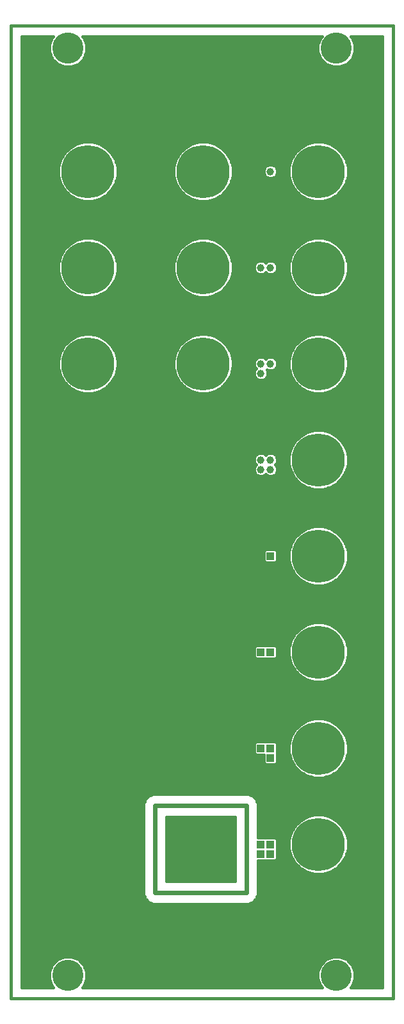
<source format=gbl>
G75*
%MOIN*%
%OFA0B0*%
%FSLAX25Y25*%
%IPPOS*%
%LPD*%
%AMOC8*
5,1,8,0,0,1.08239X$1,22.5*
%
%ADD10C,0.01600*%
%ADD11C,0.02400*%
%ADD12C,0.16205*%
%ADD13C,0.27622*%
%ADD14C,0.03962*%
%ADD15R,0.03962X0.03962*%
D10*
X0004700Y0004700D02*
X0004700Y0510606D01*
X0203519Y0510606D01*
X0203519Y0004700D01*
X0004700Y0004700D01*
X0010300Y0010300D02*
X0010300Y0505006D01*
X0026717Y0505006D01*
X0026002Y0504290D01*
X0024525Y0500724D01*
X0024525Y0496865D01*
X0026002Y0493299D01*
X0028732Y0490569D01*
X0032298Y0489092D01*
X0036157Y0489092D01*
X0039723Y0490569D01*
X0042453Y0493299D01*
X0043930Y0496865D01*
X0043930Y0500724D01*
X0042453Y0504290D01*
X0041738Y0505006D01*
X0166481Y0505006D01*
X0165766Y0504290D01*
X0164289Y0500724D01*
X0164289Y0496865D01*
X0165766Y0493299D01*
X0168495Y0490569D01*
X0172061Y0489092D01*
X0175921Y0489092D01*
X0179487Y0490569D01*
X0182217Y0493299D01*
X0183694Y0496865D01*
X0183694Y0500724D01*
X0182217Y0504290D01*
X0181502Y0505006D01*
X0197919Y0505006D01*
X0197919Y0010300D01*
X0181502Y0010300D01*
X0182217Y0011015D01*
X0183694Y0014581D01*
X0183694Y0018441D01*
X0182217Y0022007D01*
X0179487Y0024736D01*
X0175921Y0026213D01*
X0172061Y0026213D01*
X0168495Y0024736D01*
X0165766Y0022007D01*
X0164289Y0018441D01*
X0164289Y0014581D01*
X0165766Y0011015D01*
X0166481Y0010300D01*
X0041738Y0010300D01*
X0042453Y0011015D01*
X0043930Y0014581D01*
X0043930Y0018441D01*
X0042453Y0022007D01*
X0039723Y0024736D01*
X0036157Y0026213D01*
X0032298Y0026213D01*
X0028732Y0024736D01*
X0026002Y0022007D01*
X0024525Y0018441D01*
X0024525Y0014581D01*
X0026002Y0011015D01*
X0026717Y0010300D01*
X0010300Y0010300D01*
X0010300Y0011094D02*
X0025970Y0011094D01*
X0025307Y0012693D02*
X0010300Y0012693D01*
X0010300Y0014291D02*
X0024645Y0014291D01*
X0024525Y0015890D02*
X0010300Y0015890D01*
X0010300Y0017488D02*
X0024525Y0017488D01*
X0024793Y0019087D02*
X0010300Y0019087D01*
X0010300Y0020685D02*
X0025455Y0020685D01*
X0026279Y0022284D02*
X0010300Y0022284D01*
X0010300Y0023882D02*
X0027877Y0023882D01*
X0030529Y0025481D02*
X0010300Y0025481D01*
X0010300Y0027079D02*
X0197919Y0027079D01*
X0197919Y0025481D02*
X0177690Y0025481D01*
X0180341Y0023882D02*
X0197919Y0023882D01*
X0197919Y0022284D02*
X0181940Y0022284D01*
X0182764Y0020685D02*
X0197919Y0020685D01*
X0197919Y0019087D02*
X0183426Y0019087D01*
X0183694Y0017488D02*
X0197919Y0017488D01*
X0197919Y0015890D02*
X0183694Y0015890D01*
X0183574Y0014291D02*
X0197919Y0014291D01*
X0197919Y0012693D02*
X0182911Y0012693D01*
X0182249Y0011094D02*
X0197919Y0011094D01*
X0197919Y0028678D02*
X0010300Y0028678D01*
X0010300Y0030276D02*
X0197919Y0030276D01*
X0197919Y0031875D02*
X0010300Y0031875D01*
X0010300Y0033473D02*
X0197919Y0033473D01*
X0197919Y0035072D02*
X0010300Y0035072D01*
X0010300Y0036670D02*
X0197919Y0036670D01*
X0197919Y0038269D02*
X0010300Y0038269D01*
X0010300Y0039867D02*
X0197919Y0039867D01*
X0197919Y0041466D02*
X0010300Y0041466D01*
X0010300Y0043064D02*
X0197919Y0043064D01*
X0197919Y0044663D02*
X0010300Y0044663D01*
X0010300Y0046261D02*
X0197919Y0046261D01*
X0197919Y0047860D02*
X0010300Y0047860D01*
X0010300Y0049458D02*
X0197919Y0049458D01*
X0197919Y0051057D02*
X0010300Y0051057D01*
X0010300Y0052655D02*
X0197919Y0052655D01*
X0197919Y0054254D02*
X0129593Y0054254D01*
X0130461Y0054613D02*
X0128256Y0053700D01*
X0078507Y0053700D01*
X0076301Y0054613D01*
X0074613Y0056301D01*
X0073700Y0058507D01*
X0073700Y0106012D01*
X0074613Y0108217D01*
X0076301Y0109905D01*
X0078507Y0110818D01*
X0128256Y0110818D01*
X0130461Y0109905D01*
X0132149Y0108217D01*
X0133062Y0106012D01*
X0133062Y0088281D01*
X0142344Y0088281D01*
X0143281Y0087344D01*
X0143281Y0082344D01*
X0143281Y0077056D01*
X0142344Y0076119D01*
X0133062Y0076119D01*
X0133062Y0058507D01*
X0132149Y0056301D01*
X0130461Y0054613D01*
X0131700Y0055852D02*
X0197919Y0055852D01*
X0197919Y0057451D02*
X0132625Y0057451D01*
X0133062Y0059049D02*
X0197919Y0059049D01*
X0197919Y0060648D02*
X0133062Y0060648D01*
X0133062Y0062246D02*
X0197919Y0062246D01*
X0197919Y0063845D02*
X0133062Y0063845D01*
X0133062Y0065443D02*
X0197919Y0065443D01*
X0197919Y0067042D02*
X0133062Y0067042D01*
X0133062Y0068640D02*
X0197919Y0068640D01*
X0197919Y0070239D02*
X0170274Y0070239D01*
X0170648Y0070339D02*
X0174163Y0072368D01*
X0177032Y0075237D01*
X0179061Y0078752D01*
X0180111Y0082671D01*
X0180111Y0086729D01*
X0179061Y0090648D01*
X0177032Y0094163D01*
X0174163Y0097032D01*
X0170648Y0099061D01*
X0166729Y0100111D01*
X0162671Y0100111D01*
X0158752Y0099061D01*
X0155237Y0097032D01*
X0152368Y0094163D01*
X0150339Y0090648D01*
X0149289Y0086729D01*
X0149289Y0082671D01*
X0150339Y0078752D01*
X0152368Y0075237D01*
X0155237Y0072368D01*
X0158752Y0070339D01*
X0162671Y0069289D01*
X0166729Y0069289D01*
X0170648Y0070339D01*
X0173243Y0071837D02*
X0197919Y0071837D01*
X0197919Y0073436D02*
X0175230Y0073436D01*
X0176829Y0075034D02*
X0197919Y0075034D01*
X0197919Y0076633D02*
X0177838Y0076633D01*
X0178761Y0078232D02*
X0197919Y0078232D01*
X0197919Y0079830D02*
X0179350Y0079830D01*
X0179778Y0081429D02*
X0197919Y0081429D01*
X0197919Y0083027D02*
X0180111Y0083027D01*
X0180111Y0084626D02*
X0197919Y0084626D01*
X0197919Y0086224D02*
X0180111Y0086224D01*
X0179818Y0087823D02*
X0197919Y0087823D01*
X0197919Y0089421D02*
X0179390Y0089421D01*
X0178846Y0091020D02*
X0197919Y0091020D01*
X0197919Y0092618D02*
X0177924Y0092618D01*
X0176978Y0094217D02*
X0197919Y0094217D01*
X0197919Y0095815D02*
X0175379Y0095815D01*
X0173501Y0097414D02*
X0197919Y0097414D01*
X0197919Y0099012D02*
X0170733Y0099012D01*
X0166729Y0119289D02*
X0162671Y0119289D01*
X0158752Y0120339D01*
X0155237Y0122368D01*
X0152368Y0125237D01*
X0150339Y0128752D01*
X0149289Y0132671D01*
X0149289Y0136729D01*
X0150339Y0140648D01*
X0152368Y0144163D01*
X0155237Y0147032D01*
X0158752Y0149061D01*
X0162671Y0150111D01*
X0166729Y0150111D01*
X0170648Y0149061D01*
X0174163Y0147032D01*
X0177032Y0144163D01*
X0179061Y0140648D01*
X0180111Y0136729D01*
X0180111Y0132671D01*
X0179061Y0128752D01*
X0177032Y0125237D01*
X0174163Y0122368D01*
X0170648Y0120339D01*
X0166729Y0119289D01*
X0168609Y0119793D02*
X0197919Y0119793D01*
X0197919Y0121391D02*
X0172471Y0121391D01*
X0174784Y0122990D02*
X0197919Y0122990D01*
X0197919Y0124588D02*
X0176383Y0124588D01*
X0177580Y0126187D02*
X0197919Y0126187D01*
X0197919Y0127785D02*
X0178503Y0127785D01*
X0179230Y0129384D02*
X0197919Y0129384D01*
X0197919Y0130982D02*
X0179659Y0130982D01*
X0180087Y0132581D02*
X0197919Y0132581D01*
X0197919Y0134179D02*
X0180111Y0134179D01*
X0180111Y0135778D02*
X0197919Y0135778D01*
X0197919Y0137376D02*
X0179938Y0137376D01*
X0179509Y0138975D02*
X0197919Y0138975D01*
X0197919Y0140573D02*
X0179081Y0140573D01*
X0178181Y0142172D02*
X0197919Y0142172D01*
X0197919Y0143770D02*
X0177258Y0143770D01*
X0175825Y0145369D02*
X0197919Y0145369D01*
X0197919Y0146968D02*
X0174227Y0146968D01*
X0171505Y0148566D02*
X0197919Y0148566D01*
X0197919Y0150165D02*
X0010300Y0150165D01*
X0010300Y0151763D02*
X0197919Y0151763D01*
X0197919Y0153362D02*
X0010300Y0153362D01*
X0010300Y0154960D02*
X0197919Y0154960D01*
X0197919Y0156559D02*
X0010300Y0156559D01*
X0010300Y0158157D02*
X0197919Y0158157D01*
X0197919Y0159756D02*
X0010300Y0159756D01*
X0010300Y0161354D02*
X0197919Y0161354D01*
X0197919Y0162953D02*
X0010300Y0162953D01*
X0010300Y0164551D02*
X0197919Y0164551D01*
X0197919Y0166150D02*
X0010300Y0166150D01*
X0010300Y0167748D02*
X0197919Y0167748D01*
X0197919Y0169347D02*
X0166944Y0169347D01*
X0166729Y0169289D02*
X0170648Y0170339D01*
X0174163Y0172368D01*
X0177032Y0175237D01*
X0179061Y0178752D01*
X0180111Y0182671D01*
X0180111Y0186729D01*
X0179061Y0190648D01*
X0177032Y0194163D01*
X0174163Y0197032D01*
X0170648Y0199061D01*
X0166729Y0200111D01*
X0162671Y0200111D01*
X0158752Y0199061D01*
X0155237Y0197032D01*
X0152368Y0194163D01*
X0150339Y0190648D01*
X0149289Y0186729D01*
X0149289Y0182671D01*
X0150339Y0178752D01*
X0152368Y0175237D01*
X0155237Y0172368D01*
X0158752Y0170339D01*
X0162671Y0169289D01*
X0166729Y0169289D01*
X0162456Y0169347D02*
X0010300Y0169347D01*
X0010300Y0170945D02*
X0157702Y0170945D01*
X0155062Y0172544D02*
X0010300Y0172544D01*
X0010300Y0174142D02*
X0153463Y0174142D01*
X0152078Y0175741D02*
X0010300Y0175741D01*
X0010300Y0177339D02*
X0151155Y0177339D01*
X0150289Y0178938D02*
X0010300Y0178938D01*
X0010300Y0180536D02*
X0149861Y0180536D01*
X0149433Y0182135D02*
X0143281Y0182135D01*
X0143281Y0182056D02*
X0143281Y0187344D01*
X0142344Y0188281D01*
X0137056Y0188281D01*
X0132056Y0188281D01*
X0131119Y0187344D01*
X0131119Y0182056D01*
X0132056Y0181119D01*
X0142344Y0181119D01*
X0143281Y0182056D01*
X0143281Y0183733D02*
X0149289Y0183733D01*
X0149289Y0185332D02*
X0143281Y0185332D01*
X0143281Y0186930D02*
X0149343Y0186930D01*
X0149771Y0188529D02*
X0010300Y0188529D01*
X0010300Y0190127D02*
X0150200Y0190127D01*
X0150961Y0191726D02*
X0010300Y0191726D01*
X0010300Y0193324D02*
X0151884Y0193324D01*
X0153128Y0194923D02*
X0010300Y0194923D01*
X0010300Y0196521D02*
X0154727Y0196521D01*
X0157122Y0198120D02*
X0010300Y0198120D01*
X0010300Y0199718D02*
X0161206Y0199718D01*
X0168194Y0199718D02*
X0197919Y0199718D01*
X0197919Y0198120D02*
X0172278Y0198120D01*
X0174673Y0196521D02*
X0197919Y0196521D01*
X0197919Y0194923D02*
X0176272Y0194923D01*
X0177516Y0193324D02*
X0197919Y0193324D01*
X0197919Y0191726D02*
X0178439Y0191726D01*
X0179200Y0190127D02*
X0197919Y0190127D01*
X0197919Y0188529D02*
X0179629Y0188529D01*
X0180057Y0186930D02*
X0197919Y0186930D01*
X0197919Y0185332D02*
X0180111Y0185332D01*
X0180111Y0183733D02*
X0197919Y0183733D01*
X0197919Y0182135D02*
X0179967Y0182135D01*
X0179539Y0180536D02*
X0197919Y0180536D01*
X0197919Y0178938D02*
X0179111Y0178938D01*
X0178245Y0177339D02*
X0197919Y0177339D01*
X0197919Y0175741D02*
X0177322Y0175741D01*
X0175937Y0174142D02*
X0197919Y0174142D01*
X0197919Y0172544D02*
X0174338Y0172544D01*
X0171698Y0170945D02*
X0197919Y0170945D01*
X0197919Y0201317D02*
X0010300Y0201317D01*
X0010300Y0202915D02*
X0197919Y0202915D01*
X0197919Y0204514D02*
X0010300Y0204514D01*
X0010300Y0206112D02*
X0197919Y0206112D01*
X0197919Y0207711D02*
X0010300Y0207711D01*
X0010300Y0209309D02*
X0197919Y0209309D01*
X0197919Y0210908D02*
X0010300Y0210908D01*
X0010300Y0212506D02*
X0197919Y0212506D01*
X0197919Y0214105D02*
X0010300Y0214105D01*
X0010300Y0215703D02*
X0197919Y0215703D01*
X0197919Y0217302D02*
X0010300Y0217302D01*
X0010300Y0218901D02*
X0197919Y0218901D01*
X0197919Y0220499D02*
X0170925Y0220499D01*
X0170648Y0220339D02*
X0174163Y0222368D01*
X0177032Y0225237D01*
X0179061Y0228752D01*
X0180111Y0232671D01*
X0180111Y0236729D01*
X0179061Y0240648D01*
X0177032Y0244163D01*
X0174163Y0247032D01*
X0170648Y0249061D01*
X0166729Y0250111D01*
X0162671Y0250111D01*
X0158752Y0249061D01*
X0155237Y0247032D01*
X0152368Y0244163D01*
X0150339Y0240648D01*
X0149289Y0236729D01*
X0149289Y0232671D01*
X0150339Y0228752D01*
X0152368Y0225237D01*
X0155237Y0222368D01*
X0158752Y0220339D01*
X0162671Y0219289D01*
X0166729Y0219289D01*
X0170648Y0220339D01*
X0173694Y0222098D02*
X0197919Y0222098D01*
X0197919Y0223696D02*
X0175491Y0223696D01*
X0177065Y0225295D02*
X0197919Y0225295D01*
X0197919Y0226893D02*
X0177988Y0226893D01*
X0178911Y0228492D02*
X0197919Y0228492D01*
X0197919Y0230090D02*
X0179419Y0230090D01*
X0179848Y0231689D02*
X0197919Y0231689D01*
X0197919Y0233287D02*
X0180111Y0233287D01*
X0180111Y0234886D02*
X0197919Y0234886D01*
X0197919Y0236484D02*
X0180111Y0236484D01*
X0179748Y0238083D02*
X0197919Y0238083D01*
X0197919Y0239681D02*
X0179320Y0239681D01*
X0178696Y0241280D02*
X0197919Y0241280D01*
X0197919Y0242878D02*
X0177773Y0242878D01*
X0176718Y0244477D02*
X0197919Y0244477D01*
X0197919Y0246075D02*
X0175119Y0246075D01*
X0173051Y0247674D02*
X0197919Y0247674D01*
X0197919Y0249272D02*
X0169859Y0249272D01*
X0166729Y0269289D02*
X0162671Y0269289D01*
X0158752Y0270339D01*
X0155237Y0272368D01*
X0152368Y0275237D01*
X0150339Y0278752D01*
X0149289Y0282671D01*
X0149289Y0286729D01*
X0150339Y0290648D01*
X0152368Y0294163D01*
X0155237Y0297032D01*
X0158752Y0299061D01*
X0162671Y0300111D01*
X0166729Y0300111D01*
X0170648Y0299061D01*
X0174163Y0297032D01*
X0177032Y0294163D01*
X0179061Y0290648D01*
X0180111Y0286729D01*
X0180111Y0282671D01*
X0179061Y0278752D01*
X0177032Y0275237D01*
X0174163Y0272368D01*
X0170648Y0270339D01*
X0166729Y0269289D01*
X0169580Y0270053D02*
X0197919Y0270053D01*
X0197919Y0271651D02*
X0172921Y0271651D01*
X0175044Y0273250D02*
X0197919Y0273250D01*
X0197919Y0274848D02*
X0176643Y0274848D01*
X0177730Y0276447D02*
X0197919Y0276447D01*
X0197919Y0278045D02*
X0178653Y0278045D01*
X0179300Y0279644D02*
X0197919Y0279644D01*
X0197919Y0281242D02*
X0179728Y0281242D01*
X0180111Y0282841D02*
X0197919Y0282841D01*
X0197919Y0284439D02*
X0180111Y0284439D01*
X0180111Y0286038D02*
X0197919Y0286038D01*
X0197919Y0287637D02*
X0179868Y0287637D01*
X0179440Y0289235D02*
X0197919Y0289235D01*
X0197919Y0290834D02*
X0178954Y0290834D01*
X0178031Y0292432D02*
X0197919Y0292432D01*
X0197919Y0294031D02*
X0177108Y0294031D01*
X0175565Y0295629D02*
X0197919Y0295629D01*
X0197919Y0297228D02*
X0173824Y0297228D01*
X0171055Y0298826D02*
X0197919Y0298826D01*
X0197919Y0300425D02*
X0010300Y0300425D01*
X0010300Y0302023D02*
X0197919Y0302023D01*
X0197919Y0303622D02*
X0010300Y0303622D01*
X0010300Y0305220D02*
X0197919Y0305220D01*
X0197919Y0306819D02*
X0010300Y0306819D01*
X0010300Y0308417D02*
X0197919Y0308417D01*
X0197919Y0310016D02*
X0010300Y0310016D01*
X0010300Y0311614D02*
X0197919Y0311614D01*
X0197919Y0313213D02*
X0010300Y0313213D01*
X0010300Y0314811D02*
X0197919Y0314811D01*
X0197919Y0316410D02*
X0010300Y0316410D01*
X0010300Y0318008D02*
X0197919Y0318008D01*
X0197919Y0319607D02*
X0167915Y0319607D01*
X0166729Y0319289D02*
X0170648Y0320339D01*
X0174163Y0322368D01*
X0177032Y0325237D01*
X0179061Y0328752D01*
X0180111Y0332671D01*
X0180111Y0336729D01*
X0179061Y0340648D01*
X0177032Y0344163D01*
X0174163Y0347032D01*
X0170648Y0349061D01*
X0166729Y0350111D01*
X0162671Y0350111D01*
X0158752Y0349061D01*
X0155237Y0347032D01*
X0152368Y0344163D01*
X0150339Y0340648D01*
X0149289Y0336729D01*
X0149289Y0332671D01*
X0150339Y0328752D01*
X0152368Y0325237D01*
X0155237Y0322368D01*
X0158752Y0320339D01*
X0162671Y0319289D01*
X0166729Y0319289D01*
X0161485Y0319607D02*
X0107915Y0319607D01*
X0106729Y0319289D02*
X0110648Y0320339D01*
X0114163Y0322368D01*
X0117032Y0325237D01*
X0119061Y0328752D01*
X0120111Y0332671D01*
X0120111Y0336729D01*
X0119061Y0340648D01*
X0117032Y0344163D01*
X0114163Y0347032D01*
X0110648Y0349061D01*
X0106729Y0350111D01*
X0102671Y0350111D01*
X0098752Y0349061D01*
X0095237Y0347032D01*
X0092368Y0344163D01*
X0090339Y0340648D01*
X0089289Y0336729D01*
X0089289Y0332671D01*
X0090339Y0328752D01*
X0092368Y0325237D01*
X0095237Y0322368D01*
X0098752Y0320339D01*
X0102671Y0319289D01*
X0106729Y0319289D01*
X0101485Y0319607D02*
X0047915Y0319607D01*
X0046729Y0319289D02*
X0050648Y0320339D01*
X0054163Y0322368D01*
X0057032Y0325237D01*
X0059061Y0328752D01*
X0060111Y0332671D01*
X0060111Y0336729D01*
X0059061Y0340648D01*
X0057032Y0344163D01*
X0054163Y0347032D01*
X0050648Y0349061D01*
X0046729Y0350111D01*
X0042671Y0350111D01*
X0038752Y0349061D01*
X0035237Y0347032D01*
X0032368Y0344163D01*
X0030339Y0340648D01*
X0029289Y0336729D01*
X0029289Y0332671D01*
X0030339Y0328752D01*
X0032368Y0325237D01*
X0035237Y0322368D01*
X0038752Y0320339D01*
X0042671Y0319289D01*
X0046729Y0319289D01*
X0041485Y0319607D02*
X0010300Y0319607D01*
X0010300Y0321205D02*
X0037252Y0321205D01*
X0034802Y0322804D02*
X0010300Y0322804D01*
X0010300Y0324402D02*
X0033203Y0324402D01*
X0031927Y0326001D02*
X0010300Y0326001D01*
X0010300Y0327599D02*
X0031004Y0327599D01*
X0030220Y0329198D02*
X0010300Y0329198D01*
X0010300Y0330796D02*
X0029791Y0330796D01*
X0029363Y0332395D02*
X0010300Y0332395D01*
X0010300Y0333993D02*
X0029289Y0333993D01*
X0029289Y0335592D02*
X0010300Y0335592D01*
X0010300Y0337190D02*
X0029413Y0337190D01*
X0029841Y0338789D02*
X0010300Y0338789D01*
X0010300Y0340387D02*
X0030269Y0340387D01*
X0031111Y0341986D02*
X0010300Y0341986D01*
X0010300Y0343584D02*
X0032034Y0343584D01*
X0033388Y0345183D02*
X0010300Y0345183D01*
X0010300Y0346781D02*
X0034987Y0346781D01*
X0037572Y0348380D02*
X0010300Y0348380D01*
X0010300Y0349978D02*
X0042176Y0349978D01*
X0047224Y0349978D02*
X0102176Y0349978D01*
X0097572Y0348380D02*
X0051828Y0348380D01*
X0054413Y0346781D02*
X0094987Y0346781D01*
X0093388Y0345183D02*
X0056012Y0345183D01*
X0057366Y0343584D02*
X0092034Y0343584D01*
X0091111Y0341986D02*
X0058289Y0341986D01*
X0059131Y0340387D02*
X0090269Y0340387D01*
X0089841Y0338789D02*
X0059559Y0338789D01*
X0059987Y0337190D02*
X0089413Y0337190D01*
X0089289Y0335592D02*
X0060111Y0335592D01*
X0060111Y0333993D02*
X0089289Y0333993D01*
X0089363Y0332395D02*
X0060037Y0332395D01*
X0059609Y0330796D02*
X0089791Y0330796D01*
X0090220Y0329198D02*
X0059180Y0329198D01*
X0058396Y0327599D02*
X0091004Y0327599D01*
X0091927Y0326001D02*
X0057473Y0326001D01*
X0056197Y0324402D02*
X0093203Y0324402D01*
X0094802Y0322804D02*
X0054598Y0322804D01*
X0052148Y0321205D02*
X0097252Y0321205D01*
X0107224Y0349978D02*
X0162176Y0349978D01*
X0157572Y0348380D02*
X0111828Y0348380D01*
X0114413Y0346781D02*
X0154987Y0346781D01*
X0153388Y0345183D02*
X0116012Y0345183D01*
X0117366Y0343584D02*
X0152034Y0343584D01*
X0151111Y0341986D02*
X0118289Y0341986D01*
X0119131Y0340387D02*
X0150269Y0340387D01*
X0149841Y0338789D02*
X0119559Y0338789D01*
X0119987Y0337190D02*
X0132126Y0337190D01*
X0131664Y0336729D02*
X0131119Y0335412D01*
X0131119Y0333988D01*
X0131664Y0332671D01*
X0132136Y0332200D01*
X0131664Y0331729D01*
X0131119Y0330412D01*
X0131119Y0328988D01*
X0131664Y0327671D01*
X0132671Y0326664D01*
X0133988Y0326119D01*
X0135412Y0326119D01*
X0136729Y0326664D01*
X0137736Y0327671D01*
X0138281Y0328988D01*
X0138281Y0330412D01*
X0137781Y0331619D01*
X0138988Y0331119D01*
X0140412Y0331119D01*
X0141729Y0331664D01*
X0142736Y0332671D01*
X0143281Y0333988D01*
X0143281Y0335412D01*
X0142736Y0336729D01*
X0141729Y0337736D01*
X0140412Y0338281D01*
X0138988Y0338281D01*
X0137671Y0337736D01*
X0137200Y0337264D01*
X0136729Y0337736D01*
X0135412Y0338281D01*
X0133988Y0338281D01*
X0132671Y0337736D01*
X0131664Y0336729D01*
X0131193Y0335592D02*
X0120111Y0335592D01*
X0120111Y0333993D02*
X0131119Y0333993D01*
X0131941Y0332395D02*
X0120037Y0332395D01*
X0119609Y0330796D02*
X0131278Y0330796D01*
X0131119Y0329198D02*
X0119180Y0329198D01*
X0118396Y0327599D02*
X0131736Y0327599D01*
X0137664Y0327599D02*
X0151004Y0327599D01*
X0150220Y0329198D02*
X0138281Y0329198D01*
X0138122Y0330796D02*
X0149791Y0330796D01*
X0149363Y0332395D02*
X0142459Y0332395D01*
X0143281Y0333993D02*
X0149289Y0333993D01*
X0149289Y0335592D02*
X0143207Y0335592D01*
X0142274Y0337190D02*
X0149413Y0337190D01*
X0151927Y0326001D02*
X0117473Y0326001D01*
X0116197Y0324402D02*
X0153203Y0324402D01*
X0154802Y0322804D02*
X0114598Y0322804D01*
X0112148Y0321205D02*
X0157252Y0321205D01*
X0158345Y0298826D02*
X0010300Y0298826D01*
X0010300Y0297228D02*
X0155576Y0297228D01*
X0153835Y0295629D02*
X0010300Y0295629D01*
X0010300Y0294031D02*
X0152292Y0294031D01*
X0151369Y0292432D02*
X0010300Y0292432D01*
X0010300Y0290834D02*
X0150446Y0290834D01*
X0149960Y0289235D02*
X0010300Y0289235D01*
X0010300Y0287637D02*
X0132572Y0287637D01*
X0132671Y0287736D02*
X0131664Y0286729D01*
X0131119Y0285412D01*
X0131119Y0283988D01*
X0131664Y0282671D01*
X0132136Y0282200D01*
X0131664Y0281729D01*
X0131119Y0280412D01*
X0131119Y0278988D01*
X0131664Y0277671D01*
X0132671Y0276664D01*
X0133988Y0276119D01*
X0135412Y0276119D01*
X0136729Y0276664D01*
X0137200Y0277136D01*
X0137671Y0276664D01*
X0138988Y0276119D01*
X0140412Y0276119D01*
X0141729Y0276664D01*
X0142736Y0277671D01*
X0143281Y0278988D01*
X0143281Y0280412D01*
X0142736Y0281729D01*
X0142264Y0282200D01*
X0142736Y0282671D01*
X0143281Y0283988D01*
X0143281Y0285412D01*
X0142736Y0286729D01*
X0141729Y0287736D01*
X0140412Y0288281D01*
X0138988Y0288281D01*
X0137671Y0287736D01*
X0137200Y0287264D01*
X0136729Y0287736D01*
X0135412Y0288281D01*
X0133988Y0288281D01*
X0132671Y0287736D01*
X0131378Y0286038D02*
X0010300Y0286038D01*
X0010300Y0284439D02*
X0131119Y0284439D01*
X0131594Y0282841D02*
X0010300Y0282841D01*
X0010300Y0281242D02*
X0131463Y0281242D01*
X0131119Y0279644D02*
X0010300Y0279644D01*
X0010300Y0278045D02*
X0131509Y0278045D01*
X0133196Y0276447D02*
X0010300Y0276447D01*
X0010300Y0274848D02*
X0152757Y0274848D01*
X0151670Y0276447D02*
X0141204Y0276447D01*
X0142891Y0278045D02*
X0150747Y0278045D01*
X0150100Y0279644D02*
X0143281Y0279644D01*
X0142937Y0281242D02*
X0149672Y0281242D01*
X0149289Y0282841D02*
X0142806Y0282841D01*
X0143281Y0284439D02*
X0149289Y0284439D01*
X0149289Y0286038D02*
X0143022Y0286038D01*
X0141828Y0287637D02*
X0149532Y0287637D01*
X0154356Y0273250D02*
X0010300Y0273250D01*
X0010300Y0271651D02*
X0156479Y0271651D01*
X0159820Y0270053D02*
X0010300Y0270053D01*
X0010300Y0268454D02*
X0197919Y0268454D01*
X0197919Y0266856D02*
X0010300Y0266856D01*
X0010300Y0265257D02*
X0197919Y0265257D01*
X0197919Y0263659D02*
X0010300Y0263659D01*
X0010300Y0262060D02*
X0197919Y0262060D01*
X0197919Y0260462D02*
X0010300Y0260462D01*
X0010300Y0258863D02*
X0197919Y0258863D01*
X0197919Y0257265D02*
X0010300Y0257265D01*
X0010300Y0255666D02*
X0197919Y0255666D01*
X0197919Y0254068D02*
X0010300Y0254068D01*
X0010300Y0252469D02*
X0197919Y0252469D01*
X0197919Y0250871D02*
X0010300Y0250871D01*
X0010300Y0249272D02*
X0159541Y0249272D01*
X0156349Y0247674D02*
X0010300Y0247674D01*
X0010300Y0246075D02*
X0154281Y0246075D01*
X0152682Y0244477D02*
X0010300Y0244477D01*
X0010300Y0242878D02*
X0151627Y0242878D01*
X0150704Y0241280D02*
X0010300Y0241280D01*
X0010300Y0239681D02*
X0150080Y0239681D01*
X0149652Y0238083D02*
X0142542Y0238083D01*
X0142344Y0238281D02*
X0137056Y0238281D01*
X0136119Y0237344D01*
X0136119Y0232056D01*
X0137056Y0231119D01*
X0142344Y0231119D01*
X0143281Y0232056D01*
X0143281Y0237344D01*
X0142344Y0238281D01*
X0143281Y0236484D02*
X0149289Y0236484D01*
X0149289Y0234886D02*
X0143281Y0234886D01*
X0143281Y0233287D02*
X0149289Y0233287D01*
X0149552Y0231689D02*
X0142914Y0231689D01*
X0149981Y0230090D02*
X0010300Y0230090D01*
X0010300Y0228492D02*
X0150489Y0228492D01*
X0151412Y0226893D02*
X0010300Y0226893D01*
X0010300Y0225295D02*
X0152335Y0225295D01*
X0153909Y0223696D02*
X0010300Y0223696D01*
X0010300Y0222098D02*
X0155706Y0222098D01*
X0158475Y0220499D02*
X0010300Y0220499D01*
X0010300Y0231689D02*
X0136486Y0231689D01*
X0136119Y0233287D02*
X0010300Y0233287D01*
X0010300Y0234886D02*
X0136119Y0234886D01*
X0136119Y0236484D02*
X0010300Y0236484D01*
X0010300Y0238083D02*
X0136858Y0238083D01*
X0136204Y0276447D02*
X0138196Y0276447D01*
X0137572Y0287637D02*
X0136828Y0287637D01*
X0167224Y0349978D02*
X0197919Y0349978D01*
X0197919Y0348380D02*
X0171828Y0348380D01*
X0174413Y0346781D02*
X0197919Y0346781D01*
X0197919Y0345183D02*
X0176012Y0345183D01*
X0177366Y0343584D02*
X0197919Y0343584D01*
X0197919Y0341986D02*
X0178289Y0341986D01*
X0179131Y0340387D02*
X0197919Y0340387D01*
X0197919Y0338789D02*
X0179559Y0338789D01*
X0179987Y0337190D02*
X0197919Y0337190D01*
X0197919Y0335592D02*
X0180111Y0335592D01*
X0180111Y0333993D02*
X0197919Y0333993D01*
X0197919Y0332395D02*
X0180037Y0332395D01*
X0179609Y0330796D02*
X0197919Y0330796D01*
X0197919Y0329198D02*
X0179180Y0329198D01*
X0178396Y0327599D02*
X0197919Y0327599D01*
X0197919Y0326001D02*
X0177473Y0326001D01*
X0176197Y0324402D02*
X0197919Y0324402D01*
X0197919Y0322804D02*
X0174598Y0322804D01*
X0172148Y0321205D02*
X0197919Y0321205D01*
X0197919Y0351577D02*
X0010300Y0351577D01*
X0010300Y0353175D02*
X0197919Y0353175D01*
X0197919Y0354774D02*
X0010300Y0354774D01*
X0010300Y0356372D02*
X0197919Y0356372D01*
X0197919Y0357971D02*
X0010300Y0357971D01*
X0010300Y0359570D02*
X0197919Y0359570D01*
X0197919Y0361168D02*
X0010300Y0361168D01*
X0010300Y0362767D02*
X0197919Y0362767D01*
X0197919Y0364365D02*
X0010300Y0364365D01*
X0010300Y0365964D02*
X0197919Y0365964D01*
X0197919Y0367562D02*
X0010300Y0367562D01*
X0010300Y0369161D02*
X0197919Y0369161D01*
X0197919Y0370759D02*
X0171376Y0370759D01*
X0170648Y0370339D02*
X0174163Y0372368D01*
X0177032Y0375237D01*
X0179061Y0378752D01*
X0197919Y0378752D01*
X0197919Y0380350D02*
X0179489Y0380350D01*
X0179061Y0378752D02*
X0180111Y0382671D01*
X0180111Y0386729D01*
X0179061Y0390648D01*
X0177032Y0394163D01*
X0174163Y0397032D01*
X0170648Y0399061D01*
X0166729Y0400111D01*
X0162671Y0400111D01*
X0158752Y0399061D01*
X0155237Y0397032D01*
X0152368Y0394163D01*
X0150339Y0390648D01*
X0149289Y0386729D01*
X0149289Y0382671D01*
X0150339Y0378752D01*
X0119061Y0378752D01*
X0120111Y0382671D01*
X0120111Y0386729D01*
X0119061Y0390648D01*
X0117032Y0394163D01*
X0114163Y0397032D01*
X0110648Y0399061D01*
X0106729Y0400111D01*
X0102671Y0400111D01*
X0098752Y0399061D01*
X0095237Y0397032D01*
X0092368Y0394163D01*
X0090339Y0390648D01*
X0089289Y0386729D01*
X0089289Y0382671D01*
X0090339Y0378752D01*
X0059061Y0378752D01*
X0060111Y0382671D01*
X0060111Y0386729D01*
X0059061Y0390648D01*
X0057032Y0394163D01*
X0054163Y0397032D01*
X0050648Y0399061D01*
X0046729Y0400111D01*
X0042671Y0400111D01*
X0038752Y0399061D01*
X0035237Y0397032D01*
X0032368Y0394163D01*
X0030339Y0390648D01*
X0029289Y0386729D01*
X0029289Y0382671D01*
X0030339Y0378752D01*
X0010300Y0378752D01*
X0010300Y0380350D02*
X0029911Y0380350D01*
X0030339Y0378752D02*
X0032368Y0375237D01*
X0035237Y0372368D01*
X0038752Y0370339D01*
X0042671Y0369289D01*
X0046729Y0369289D01*
X0050648Y0370339D01*
X0054163Y0372368D01*
X0057032Y0375237D01*
X0059061Y0378752D01*
X0059489Y0380350D02*
X0089911Y0380350D01*
X0090339Y0378752D02*
X0092368Y0375237D01*
X0095237Y0372368D01*
X0098752Y0370339D01*
X0102671Y0369289D01*
X0106729Y0369289D01*
X0110648Y0370339D01*
X0114163Y0372368D01*
X0117032Y0375237D01*
X0119061Y0378752D01*
X0119489Y0380350D02*
X0149911Y0380350D01*
X0150339Y0378752D02*
X0152368Y0375237D01*
X0155237Y0372368D01*
X0158752Y0370339D01*
X0162671Y0369289D01*
X0166729Y0369289D01*
X0170648Y0370339D01*
X0174144Y0372358D02*
X0197919Y0372358D01*
X0197919Y0373956D02*
X0175751Y0373956D01*
X0177215Y0375555D02*
X0197919Y0375555D01*
X0197919Y0377153D02*
X0178138Y0377153D01*
X0179917Y0381949D02*
X0197919Y0381949D01*
X0197919Y0383547D02*
X0180111Y0383547D01*
X0180111Y0385146D02*
X0197919Y0385146D01*
X0197919Y0386744D02*
X0180107Y0386744D01*
X0179679Y0388343D02*
X0197919Y0388343D01*
X0197919Y0389941D02*
X0179250Y0389941D01*
X0178546Y0391540D02*
X0197919Y0391540D01*
X0197919Y0393138D02*
X0177623Y0393138D01*
X0176458Y0394737D02*
X0197919Y0394737D01*
X0197919Y0396335D02*
X0174859Y0396335D01*
X0172600Y0397934D02*
X0197919Y0397934D01*
X0197919Y0399532D02*
X0168889Y0399532D01*
X0160511Y0399532D02*
X0108889Y0399532D01*
X0112600Y0397934D02*
X0156800Y0397934D01*
X0154541Y0396335D02*
X0114859Y0396335D01*
X0116458Y0394737D02*
X0152942Y0394737D01*
X0151777Y0393138D02*
X0117623Y0393138D01*
X0118546Y0391540D02*
X0150854Y0391540D01*
X0150150Y0389941D02*
X0119250Y0389941D01*
X0119679Y0388343D02*
X0149721Y0388343D01*
X0149293Y0386744D02*
X0142720Y0386744D01*
X0142736Y0386729D02*
X0141729Y0387736D01*
X0140412Y0388281D01*
X0138988Y0388281D01*
X0137671Y0387736D01*
X0137200Y0387264D01*
X0136729Y0387736D01*
X0135412Y0388281D01*
X0133988Y0388281D01*
X0132671Y0387736D01*
X0131664Y0386729D01*
X0131119Y0385412D01*
X0131119Y0383988D01*
X0131664Y0382671D01*
X0132671Y0381664D01*
X0133988Y0381119D01*
X0135412Y0381119D01*
X0136729Y0381664D01*
X0137200Y0382136D01*
X0137671Y0381664D01*
X0138988Y0381119D01*
X0140412Y0381119D01*
X0141729Y0381664D01*
X0142736Y0382671D01*
X0143281Y0383988D01*
X0143281Y0385412D01*
X0142736Y0386729D01*
X0143281Y0385146D02*
X0149289Y0385146D01*
X0149289Y0383547D02*
X0143099Y0383547D01*
X0142013Y0381949D02*
X0149483Y0381949D01*
X0151262Y0377153D02*
X0118138Y0377153D01*
X0117215Y0375555D02*
X0152185Y0375555D01*
X0153649Y0373956D02*
X0115751Y0373956D01*
X0114144Y0372358D02*
X0155256Y0372358D01*
X0158024Y0370759D02*
X0111376Y0370759D01*
X0119917Y0381949D02*
X0132387Y0381949D01*
X0131301Y0383547D02*
X0120111Y0383547D01*
X0120111Y0385146D02*
X0131119Y0385146D01*
X0131680Y0386744D02*
X0120107Y0386744D01*
X0110648Y0420339D02*
X0106729Y0419289D01*
X0102671Y0419289D01*
X0098752Y0420339D01*
X0095237Y0422368D01*
X0092368Y0425237D01*
X0090339Y0428752D01*
X0089289Y0432671D01*
X0089289Y0436729D01*
X0090339Y0440648D01*
X0092368Y0444163D01*
X0095237Y0447032D01*
X0098752Y0449061D01*
X0102671Y0450111D01*
X0106729Y0450111D01*
X0110648Y0449061D01*
X0114163Y0447032D01*
X0117032Y0444163D01*
X0119061Y0440648D01*
X0120111Y0436729D01*
X0120111Y0432671D01*
X0119061Y0428752D01*
X0117032Y0425237D01*
X0114163Y0422368D01*
X0110648Y0420339D01*
X0110550Y0420313D02*
X0158850Y0420313D01*
X0158752Y0420339D02*
X0162671Y0419289D01*
X0166729Y0419289D01*
X0170648Y0420339D01*
X0174163Y0422368D01*
X0177032Y0425237D01*
X0179061Y0428752D01*
X0180111Y0432671D01*
X0180111Y0436729D01*
X0179061Y0440648D01*
X0177032Y0444163D01*
X0174163Y0447032D01*
X0170648Y0449061D01*
X0166729Y0450111D01*
X0162671Y0450111D01*
X0158752Y0449061D01*
X0155237Y0447032D01*
X0152368Y0444163D01*
X0150339Y0440648D01*
X0149289Y0436729D01*
X0149289Y0432671D01*
X0150339Y0428752D01*
X0152368Y0425237D01*
X0155237Y0422368D01*
X0158752Y0420339D01*
X0156028Y0421911D02*
X0113372Y0421911D01*
X0115304Y0423510D02*
X0154096Y0423510D01*
X0152497Y0425108D02*
X0116903Y0425108D01*
X0117880Y0426707D02*
X0151520Y0426707D01*
X0150597Y0428305D02*
X0118803Y0428305D01*
X0119370Y0429904D02*
X0150030Y0429904D01*
X0149602Y0431503D02*
X0141338Y0431503D01*
X0141729Y0431664D02*
X0142736Y0432671D01*
X0143281Y0433988D01*
X0143281Y0435412D01*
X0142736Y0436729D01*
X0141729Y0437736D01*
X0140412Y0438281D01*
X0138988Y0438281D01*
X0137671Y0437736D01*
X0136664Y0436729D01*
X0136119Y0435412D01*
X0136119Y0433988D01*
X0136664Y0432671D01*
X0137671Y0431664D01*
X0138988Y0431119D01*
X0140412Y0431119D01*
X0141729Y0431664D01*
X0142914Y0433101D02*
X0149289Y0433101D01*
X0149289Y0434700D02*
X0143281Y0434700D01*
X0142914Y0436298D02*
X0149289Y0436298D01*
X0149602Y0437897D02*
X0141341Y0437897D01*
X0138059Y0437897D02*
X0119798Y0437897D01*
X0120111Y0436298D02*
X0136486Y0436298D01*
X0136119Y0434700D02*
X0120111Y0434700D01*
X0120111Y0433101D02*
X0136486Y0433101D01*
X0138062Y0431503D02*
X0119798Y0431503D01*
X0119370Y0439495D02*
X0150030Y0439495D01*
X0150596Y0441094D02*
X0118804Y0441094D01*
X0117881Y0442692D02*
X0151519Y0442692D01*
X0152496Y0444291D02*
X0116904Y0444291D01*
X0115305Y0445889D02*
X0154095Y0445889D01*
X0156027Y0447488D02*
X0113373Y0447488D01*
X0110554Y0449086D02*
X0158846Y0449086D01*
X0170554Y0449086D02*
X0197919Y0449086D01*
X0197919Y0447488D02*
X0173373Y0447488D01*
X0175305Y0445889D02*
X0197919Y0445889D01*
X0197919Y0444291D02*
X0176904Y0444291D01*
X0177881Y0442692D02*
X0197919Y0442692D01*
X0197919Y0441094D02*
X0178804Y0441094D01*
X0179370Y0439495D02*
X0197919Y0439495D01*
X0197919Y0437897D02*
X0179798Y0437897D01*
X0180111Y0436298D02*
X0197919Y0436298D01*
X0197919Y0434700D02*
X0180111Y0434700D01*
X0180111Y0433101D02*
X0197919Y0433101D01*
X0197919Y0431503D02*
X0179798Y0431503D01*
X0179370Y0429904D02*
X0197919Y0429904D01*
X0197919Y0428305D02*
X0178803Y0428305D01*
X0177880Y0426707D02*
X0197919Y0426707D01*
X0197919Y0425108D02*
X0176903Y0425108D01*
X0175304Y0423510D02*
X0197919Y0423510D01*
X0197919Y0421911D02*
X0173372Y0421911D01*
X0170550Y0420313D02*
X0197919Y0420313D01*
X0197919Y0418714D02*
X0010300Y0418714D01*
X0010300Y0417116D02*
X0197919Y0417116D01*
X0197919Y0415517D02*
X0010300Y0415517D01*
X0010300Y0413919D02*
X0197919Y0413919D01*
X0197919Y0412320D02*
X0010300Y0412320D01*
X0010300Y0410722D02*
X0197919Y0410722D01*
X0197919Y0409123D02*
X0010300Y0409123D01*
X0010300Y0407525D02*
X0197919Y0407525D01*
X0197919Y0405926D02*
X0010300Y0405926D01*
X0010300Y0404328D02*
X0197919Y0404328D01*
X0197919Y0402729D02*
X0010300Y0402729D01*
X0010300Y0401131D02*
X0197919Y0401131D01*
X0197919Y0450685D02*
X0010300Y0450685D01*
X0010300Y0452283D02*
X0197919Y0452283D01*
X0197919Y0453882D02*
X0010300Y0453882D01*
X0010300Y0455480D02*
X0197919Y0455480D01*
X0197919Y0457079D02*
X0010300Y0457079D01*
X0010300Y0458677D02*
X0197919Y0458677D01*
X0197919Y0460276D02*
X0010300Y0460276D01*
X0010300Y0461874D02*
X0197919Y0461874D01*
X0197919Y0463473D02*
X0010300Y0463473D01*
X0010300Y0465071D02*
X0197919Y0465071D01*
X0197919Y0466670D02*
X0010300Y0466670D01*
X0010300Y0468268D02*
X0197919Y0468268D01*
X0197919Y0469867D02*
X0010300Y0469867D01*
X0010300Y0471465D02*
X0197919Y0471465D01*
X0197919Y0473064D02*
X0010300Y0473064D01*
X0010300Y0474662D02*
X0197919Y0474662D01*
X0197919Y0476261D02*
X0010300Y0476261D01*
X0010300Y0477859D02*
X0197919Y0477859D01*
X0197919Y0479458D02*
X0010300Y0479458D01*
X0010300Y0481056D02*
X0197919Y0481056D01*
X0197919Y0482655D02*
X0010300Y0482655D01*
X0010300Y0484253D02*
X0197919Y0484253D01*
X0197919Y0485852D02*
X0010300Y0485852D01*
X0010300Y0487450D02*
X0197919Y0487450D01*
X0197919Y0489049D02*
X0010300Y0489049D01*
X0010300Y0490647D02*
X0028653Y0490647D01*
X0027055Y0492246D02*
X0010300Y0492246D01*
X0010300Y0493844D02*
X0025776Y0493844D01*
X0025114Y0495443D02*
X0010300Y0495443D01*
X0010300Y0497041D02*
X0024525Y0497041D01*
X0024525Y0498640D02*
X0010300Y0498640D01*
X0010300Y0500239D02*
X0024525Y0500239D01*
X0024986Y0501837D02*
X0010300Y0501837D01*
X0010300Y0503436D02*
X0025648Y0503436D01*
X0039802Y0490647D02*
X0168417Y0490647D01*
X0166819Y0492246D02*
X0041400Y0492246D01*
X0042679Y0493844D02*
X0165540Y0493844D01*
X0164878Y0495443D02*
X0043341Y0495443D01*
X0043930Y0497041D02*
X0164289Y0497041D01*
X0164289Y0498640D02*
X0043930Y0498640D01*
X0043930Y0500239D02*
X0164289Y0500239D01*
X0164750Y0501837D02*
X0043469Y0501837D01*
X0042807Y0503436D02*
X0165412Y0503436D01*
X0179566Y0490647D02*
X0197919Y0490647D01*
X0197919Y0492246D02*
X0181164Y0492246D01*
X0182443Y0493844D02*
X0197919Y0493844D01*
X0197919Y0495443D02*
X0183105Y0495443D01*
X0183694Y0497041D02*
X0197919Y0497041D01*
X0197919Y0498640D02*
X0183694Y0498640D01*
X0183694Y0500239D02*
X0197919Y0500239D01*
X0197919Y0501837D02*
X0183233Y0501837D01*
X0182571Y0503436D02*
X0197919Y0503436D01*
X0137387Y0381949D02*
X0137013Y0381949D01*
X0100511Y0399532D02*
X0048889Y0399532D01*
X0052600Y0397934D02*
X0096800Y0397934D01*
X0094541Y0396335D02*
X0054859Y0396335D01*
X0056458Y0394737D02*
X0092942Y0394737D01*
X0091777Y0393138D02*
X0057623Y0393138D01*
X0058546Y0391540D02*
X0090854Y0391540D01*
X0090150Y0389941D02*
X0059250Y0389941D01*
X0059679Y0388343D02*
X0089721Y0388343D01*
X0089293Y0386744D02*
X0060107Y0386744D01*
X0060111Y0385146D02*
X0089289Y0385146D01*
X0089289Y0383547D02*
X0060111Y0383547D01*
X0059917Y0381949D02*
X0089483Y0381949D01*
X0091262Y0377153D02*
X0058138Y0377153D01*
X0057215Y0375555D02*
X0092185Y0375555D01*
X0093649Y0373956D02*
X0055751Y0373956D01*
X0054144Y0372358D02*
X0095256Y0372358D01*
X0098024Y0370759D02*
X0051376Y0370759D01*
X0038024Y0370759D02*
X0010300Y0370759D01*
X0010300Y0372358D02*
X0035256Y0372358D01*
X0033649Y0373956D02*
X0010300Y0373956D01*
X0010300Y0375555D02*
X0032185Y0375555D01*
X0031262Y0377153D02*
X0010300Y0377153D01*
X0010300Y0381949D02*
X0029483Y0381949D01*
X0029289Y0383547D02*
X0010300Y0383547D01*
X0010300Y0385146D02*
X0029289Y0385146D01*
X0029293Y0386744D02*
X0010300Y0386744D01*
X0010300Y0388343D02*
X0029721Y0388343D01*
X0030150Y0389941D02*
X0010300Y0389941D01*
X0010300Y0391540D02*
X0030854Y0391540D01*
X0031777Y0393138D02*
X0010300Y0393138D01*
X0010300Y0394737D02*
X0032942Y0394737D01*
X0034541Y0396335D02*
X0010300Y0396335D01*
X0010300Y0397934D02*
X0036800Y0397934D01*
X0040511Y0399532D02*
X0010300Y0399532D01*
X0010300Y0420313D02*
X0038850Y0420313D01*
X0038752Y0420339D02*
X0042671Y0419289D01*
X0046729Y0419289D01*
X0050648Y0420339D01*
X0054163Y0422368D01*
X0057032Y0425237D01*
X0059061Y0428752D01*
X0060111Y0432671D01*
X0060111Y0436729D01*
X0059061Y0440648D01*
X0057032Y0444163D01*
X0054163Y0447032D01*
X0050648Y0449061D01*
X0046729Y0450111D01*
X0042671Y0450111D01*
X0038752Y0449061D01*
X0035237Y0447032D01*
X0032368Y0444163D01*
X0030339Y0440648D01*
X0029289Y0436729D01*
X0029289Y0432671D01*
X0030339Y0428752D01*
X0032368Y0425237D01*
X0035237Y0422368D01*
X0038752Y0420339D01*
X0036028Y0421911D02*
X0010300Y0421911D01*
X0010300Y0423510D02*
X0034096Y0423510D01*
X0032497Y0425108D02*
X0010300Y0425108D01*
X0010300Y0426707D02*
X0031520Y0426707D01*
X0030597Y0428305D02*
X0010300Y0428305D01*
X0010300Y0429904D02*
X0030030Y0429904D01*
X0029602Y0431503D02*
X0010300Y0431503D01*
X0010300Y0433101D02*
X0029289Y0433101D01*
X0029289Y0434700D02*
X0010300Y0434700D01*
X0010300Y0436298D02*
X0029289Y0436298D01*
X0029602Y0437897D02*
X0010300Y0437897D01*
X0010300Y0439495D02*
X0030030Y0439495D01*
X0030596Y0441094D02*
X0010300Y0441094D01*
X0010300Y0442692D02*
X0031519Y0442692D01*
X0032496Y0444291D02*
X0010300Y0444291D01*
X0010300Y0445889D02*
X0034095Y0445889D01*
X0036027Y0447488D02*
X0010300Y0447488D01*
X0010300Y0449086D02*
X0038846Y0449086D01*
X0050554Y0449086D02*
X0098846Y0449086D01*
X0096027Y0447488D02*
X0053373Y0447488D01*
X0055305Y0445889D02*
X0094095Y0445889D01*
X0092496Y0444291D02*
X0056904Y0444291D01*
X0057881Y0442692D02*
X0091519Y0442692D01*
X0090596Y0441094D02*
X0058804Y0441094D01*
X0059370Y0439495D02*
X0090030Y0439495D01*
X0089602Y0437897D02*
X0059798Y0437897D01*
X0060111Y0436298D02*
X0089289Y0436298D01*
X0089289Y0434700D02*
X0060111Y0434700D01*
X0060111Y0433101D02*
X0089289Y0433101D01*
X0089602Y0431503D02*
X0059798Y0431503D01*
X0059370Y0429904D02*
X0090030Y0429904D01*
X0090597Y0428305D02*
X0058803Y0428305D01*
X0057880Y0426707D02*
X0091520Y0426707D01*
X0092497Y0425108D02*
X0056903Y0425108D01*
X0055304Y0423510D02*
X0094096Y0423510D01*
X0096028Y0421911D02*
X0053372Y0421911D01*
X0050550Y0420313D02*
X0098850Y0420313D01*
X0131119Y0186930D02*
X0010300Y0186930D01*
X0010300Y0185332D02*
X0131119Y0185332D01*
X0131119Y0183733D02*
X0010300Y0183733D01*
X0010300Y0182135D02*
X0131119Y0182135D01*
X0132056Y0138281D02*
X0137056Y0138281D01*
X0142344Y0138281D01*
X0143281Y0137344D01*
X0143281Y0127056D01*
X0142344Y0126119D01*
X0137056Y0126119D01*
X0136119Y0127056D01*
X0136119Y0131119D01*
X0132056Y0131119D01*
X0131119Y0132056D01*
X0131119Y0137344D01*
X0132056Y0138281D01*
X0131152Y0137376D02*
X0010300Y0137376D01*
X0010300Y0135778D02*
X0131119Y0135778D01*
X0131119Y0134179D02*
X0010300Y0134179D01*
X0010300Y0132581D02*
X0131119Y0132581D01*
X0136119Y0130982D02*
X0010300Y0130982D01*
X0010300Y0129384D02*
X0136119Y0129384D01*
X0136119Y0127785D02*
X0010300Y0127785D01*
X0010300Y0126187D02*
X0136988Y0126187D01*
X0142412Y0126187D02*
X0151820Y0126187D01*
X0150897Y0127785D02*
X0143281Y0127785D01*
X0143281Y0129384D02*
X0150170Y0129384D01*
X0149741Y0130982D02*
X0143281Y0130982D01*
X0143281Y0132581D02*
X0149313Y0132581D01*
X0149289Y0134179D02*
X0143281Y0134179D01*
X0143281Y0135778D02*
X0149289Y0135778D01*
X0149462Y0137376D02*
X0143248Y0137376D01*
X0149891Y0138975D02*
X0010300Y0138975D01*
X0010300Y0140573D02*
X0150319Y0140573D01*
X0151219Y0142172D02*
X0010300Y0142172D01*
X0010300Y0143770D02*
X0152142Y0143770D01*
X0153575Y0145369D02*
X0010300Y0145369D01*
X0010300Y0146968D02*
X0155173Y0146968D01*
X0157895Y0148566D02*
X0010300Y0148566D01*
X0010300Y0124588D02*
X0153017Y0124588D01*
X0154616Y0122990D02*
X0010300Y0122990D01*
X0010300Y0121391D02*
X0156929Y0121391D01*
X0160791Y0119793D02*
X0010300Y0119793D01*
X0010300Y0118194D02*
X0197919Y0118194D01*
X0197919Y0116596D02*
X0010300Y0116596D01*
X0010300Y0114997D02*
X0197919Y0114997D01*
X0197919Y0113399D02*
X0010300Y0113399D01*
X0010300Y0111800D02*
X0197919Y0111800D01*
X0197919Y0110202D02*
X0129744Y0110202D01*
X0131762Y0108603D02*
X0197919Y0108603D01*
X0197919Y0107005D02*
X0132651Y0107005D01*
X0133062Y0105406D02*
X0197919Y0105406D01*
X0197919Y0103808D02*
X0133062Y0103808D01*
X0133062Y0102209D02*
X0197919Y0102209D01*
X0197919Y0100611D02*
X0133062Y0100611D01*
X0133062Y0099012D02*
X0158667Y0099012D01*
X0155899Y0097414D02*
X0133062Y0097414D01*
X0133062Y0095815D02*
X0154021Y0095815D01*
X0152422Y0094217D02*
X0133062Y0094217D01*
X0133062Y0092618D02*
X0151476Y0092618D01*
X0150554Y0091020D02*
X0133062Y0091020D01*
X0133062Y0089421D02*
X0150010Y0089421D01*
X0149582Y0087823D02*
X0142802Y0087823D01*
X0143281Y0086224D02*
X0149289Y0086224D01*
X0149289Y0084626D02*
X0143281Y0084626D01*
X0143281Y0083027D02*
X0149289Y0083027D01*
X0149622Y0081429D02*
X0143281Y0081429D01*
X0143281Y0079830D02*
X0150050Y0079830D01*
X0150639Y0078232D02*
X0143281Y0078232D01*
X0142858Y0076633D02*
X0151562Y0076633D01*
X0152571Y0075034D02*
X0133062Y0075034D01*
X0133062Y0073436D02*
X0154170Y0073436D01*
X0156156Y0071837D02*
X0133062Y0071837D01*
X0133062Y0070239D02*
X0159126Y0070239D01*
X0170292Y0025481D02*
X0037926Y0025481D01*
X0040578Y0023882D02*
X0167641Y0023882D01*
X0166043Y0022284D02*
X0042176Y0022284D01*
X0043000Y0020685D02*
X0165219Y0020685D01*
X0164556Y0019087D02*
X0043662Y0019087D01*
X0043930Y0017488D02*
X0164289Y0017488D01*
X0164289Y0015890D02*
X0043930Y0015890D01*
X0043810Y0014291D02*
X0164409Y0014291D01*
X0165071Y0012693D02*
X0043148Y0012693D01*
X0042486Y0011094D02*
X0165733Y0011094D01*
X0121062Y0065700D02*
X0085700Y0065700D01*
X0085700Y0098818D01*
X0121062Y0098818D01*
X0121062Y0065700D01*
X0121062Y0067042D02*
X0085700Y0067042D01*
X0085700Y0068640D02*
X0121062Y0068640D01*
X0121062Y0070239D02*
X0085700Y0070239D01*
X0085700Y0071837D02*
X0121062Y0071837D01*
X0121062Y0073436D02*
X0085700Y0073436D01*
X0085700Y0075034D02*
X0121062Y0075034D01*
X0121062Y0076633D02*
X0085700Y0076633D01*
X0085700Y0078232D02*
X0121062Y0078232D01*
X0121062Y0079830D02*
X0085700Y0079830D01*
X0085700Y0081429D02*
X0121062Y0081429D01*
X0121062Y0083027D02*
X0085700Y0083027D01*
X0085700Y0084626D02*
X0121062Y0084626D01*
X0121062Y0086224D02*
X0085700Y0086224D01*
X0085700Y0087823D02*
X0121062Y0087823D01*
X0121062Y0089421D02*
X0085700Y0089421D01*
X0085700Y0091020D02*
X0121062Y0091020D01*
X0121062Y0092618D02*
X0085700Y0092618D01*
X0085700Y0094217D02*
X0121062Y0094217D01*
X0121062Y0095815D02*
X0085700Y0095815D01*
X0085700Y0097414D02*
X0121062Y0097414D01*
X0077019Y0110202D02*
X0010300Y0110202D01*
X0010300Y0108603D02*
X0075000Y0108603D01*
X0074111Y0107005D02*
X0010300Y0107005D01*
X0010300Y0105406D02*
X0073700Y0105406D01*
X0073700Y0103808D02*
X0010300Y0103808D01*
X0010300Y0102209D02*
X0073700Y0102209D01*
X0073700Y0100611D02*
X0010300Y0100611D01*
X0010300Y0099012D02*
X0073700Y0099012D01*
X0073700Y0097414D02*
X0010300Y0097414D01*
X0010300Y0095815D02*
X0073700Y0095815D01*
X0073700Y0094217D02*
X0010300Y0094217D01*
X0010300Y0092618D02*
X0073700Y0092618D01*
X0073700Y0091020D02*
X0010300Y0091020D01*
X0010300Y0089421D02*
X0073700Y0089421D01*
X0073700Y0087823D02*
X0010300Y0087823D01*
X0010300Y0086224D02*
X0073700Y0086224D01*
X0073700Y0084626D02*
X0010300Y0084626D01*
X0010300Y0083027D02*
X0073700Y0083027D01*
X0073700Y0081429D02*
X0010300Y0081429D01*
X0010300Y0079830D02*
X0073700Y0079830D01*
X0073700Y0078232D02*
X0010300Y0078232D01*
X0010300Y0076633D02*
X0073700Y0076633D01*
X0073700Y0075034D02*
X0010300Y0075034D01*
X0010300Y0073436D02*
X0073700Y0073436D01*
X0073700Y0071837D02*
X0010300Y0071837D01*
X0010300Y0070239D02*
X0073700Y0070239D01*
X0073700Y0068640D02*
X0010300Y0068640D01*
X0010300Y0067042D02*
X0073700Y0067042D01*
X0073700Y0065443D02*
X0010300Y0065443D01*
X0010300Y0063845D02*
X0073700Y0063845D01*
X0073700Y0062246D02*
X0010300Y0062246D01*
X0010300Y0060648D02*
X0073700Y0060648D01*
X0073700Y0059049D02*
X0010300Y0059049D01*
X0010300Y0057451D02*
X0074137Y0057451D01*
X0075062Y0055852D02*
X0010300Y0055852D01*
X0010300Y0054254D02*
X0077169Y0054254D01*
D11*
X0079700Y0059700D02*
X0079700Y0104818D01*
X0127062Y0104818D01*
X0127062Y0059700D01*
X0079700Y0059700D01*
D12*
X0034228Y0016511D03*
X0173991Y0016511D03*
X0173991Y0498794D03*
X0034228Y0498794D03*
D13*
X0044700Y0434700D03*
X0044700Y0384700D03*
X0044700Y0334700D03*
X0104700Y0334700D03*
X0104700Y0384700D03*
X0104700Y0434700D03*
X0164700Y0434700D03*
X0164700Y0384700D03*
X0164700Y0334700D03*
X0164700Y0284700D03*
X0164700Y0234700D03*
X0164700Y0184700D03*
X0164700Y0134700D03*
X0164700Y0084700D03*
D14*
X0139700Y0279700D03*
X0139700Y0284700D03*
X0134700Y0284700D03*
X0134700Y0279700D03*
X0134700Y0329700D03*
X0134700Y0334700D03*
X0139700Y0334700D03*
X0139700Y0384700D03*
X0134700Y0384700D03*
X0139700Y0434700D03*
D15*
X0139700Y0234700D03*
X0139700Y0184700D03*
X0134700Y0184700D03*
X0134700Y0134700D03*
X0139700Y0134700D03*
X0139700Y0129700D03*
X0139700Y0084700D03*
X0139700Y0079700D03*
X0134700Y0079700D03*
X0134700Y0084700D03*
M02*

</source>
